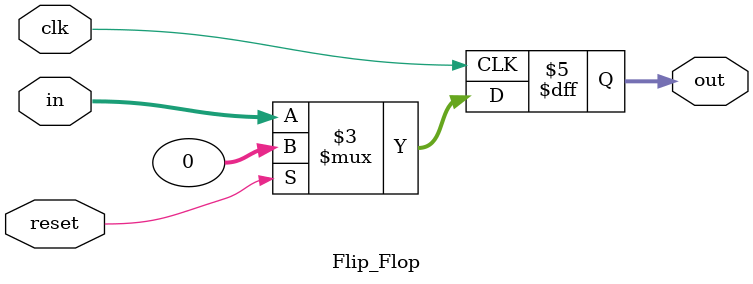
<source format=sv>
module Flip_Flop #( parameter WIDTH = 32)
    (
        input logic clk, reset, 
        input logic [WIDTH-1:0] in,
        output logic [WIDTH-1:0] out
    );

    always_ff@(posedge clk) begin
        if (reset)
            out <= '0;
        else
            out <= in;
    end

endmodule


</source>
